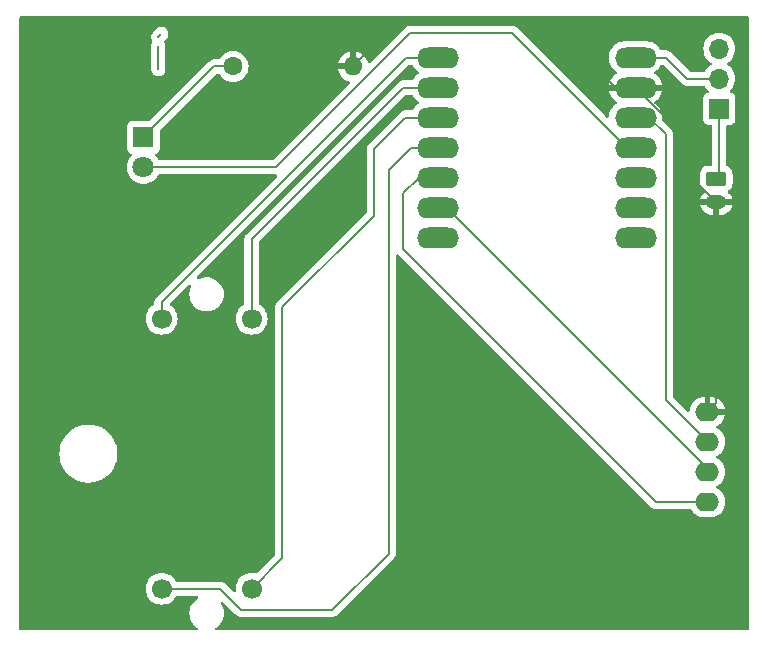
<source format=gbr>
%TF.GenerationSoftware,KiCad,Pcbnew,8.0.8*%
%TF.CreationDate,2025-02-27T00:02:59-08:00*%
%TF.ProjectId,Lab3v2,4c616233-7632-42e6-9b69-6361645f7063,V1*%
%TF.SameCoordinates,Original*%
%TF.FileFunction,Copper,L1,Top*%
%TF.FilePolarity,Positive*%
%FSLAX46Y46*%
G04 Gerber Fmt 4.6, Leading zero omitted, Abs format (unit mm)*
G04 Created by KiCad (PCBNEW 8.0.8) date 2025-02-27 00:02:59*
%MOMM*%
%LPD*%
G01*
G04 APERTURE LIST*
G04 Aperture macros list*
%AMRoundRect*
0 Rectangle with rounded corners*
0 $1 Rounding radius*
0 $2 $3 $4 $5 $6 $7 $8 $9 X,Y pos of 4 corners*
0 Add a 4 corners polygon primitive as box body*
4,1,4,$2,$3,$4,$5,$6,$7,$8,$9,$2,$3,0*
0 Add four circle primitives for the rounded corners*
1,1,$1+$1,$2,$3*
1,1,$1+$1,$4,$5*
1,1,$1+$1,$6,$7*
1,1,$1+$1,$8,$9*
0 Add four rect primitives between the rounded corners*
20,1,$1+$1,$2,$3,$4,$5,0*
20,1,$1+$1,$4,$5,$6,$7,0*
20,1,$1+$1,$6,$7,$8,$9,0*
20,1,$1+$1,$8,$9,$2,$3,0*%
G04 Aperture macros list end*
%TA.AperFunction,ComponentPad*%
%ADD10R,1.800000X1.800000*%
%TD*%
%TA.AperFunction,ComponentPad*%
%ADD11C,1.800000*%
%TD*%
%TA.AperFunction,ComponentPad*%
%ADD12O,2.000000X1.600000*%
%TD*%
%TA.AperFunction,ComponentPad*%
%ADD13C,1.700000*%
%TD*%
%TA.AperFunction,ComponentPad*%
%ADD14C,1.600000*%
%TD*%
%TA.AperFunction,ComponentPad*%
%ADD15O,1.600000X1.600000*%
%TD*%
%TA.AperFunction,ComponentPad*%
%ADD16R,1.700000X1.700000*%
%TD*%
%TA.AperFunction,ComponentPad*%
%ADD17O,1.700000X1.700000*%
%TD*%
%TA.AperFunction,ComponentPad*%
%ADD18O,3.556000X1.778000*%
%TD*%
%TA.AperFunction,ComponentPad*%
%ADD19RoundRect,0.250000X-0.625000X0.350000X-0.625000X-0.350000X0.625000X-0.350000X0.625000X0.350000X0*%
%TD*%
%TA.AperFunction,ComponentPad*%
%ADD20O,1.750000X1.200000*%
%TD*%
%TA.AperFunction,Conductor*%
%ADD21C,0.200000*%
%TD*%
G04 APERTURE END LIST*
D10*
%TO.P,D4,1,K*%
%TO.N,Net-(D4-K)*%
X117500000Y-82250000D03*
D11*
%TO.P,D4,2,A*%
%TO.N,Net-(D4-A)*%
X117500000Y-84790000D03*
%TD*%
D12*
%TO.P,Brd1,1,GND*%
%TO.N,GND*%
X165250000Y-105500000D03*
%TO.P,Brd1,2,VCC*%
%TO.N,Net-(Brd1-VCC)*%
X165250000Y-108040000D03*
%TO.P,Brd1,3,SCL*%
%TO.N,Net-(Brd1-SCL)*%
X165250000Y-110580000D03*
%TO.P,Brd1,4,SDA*%
%TO.N,Net-(Brd1-SDA)*%
X165250000Y-113120000D03*
%TD*%
D13*
%TO.P,M1,1*%
%TO.N,Net-(U3-PA02_A0_D0)*%
X119030000Y-97610000D03*
%TO.P,M1,2,-*%
%TO.N,Net-(M1--)*%
X126650000Y-97610000D03*
%TO.P,M1,3*%
%TO.N,Net-(U3-PA10_A2_D2)*%
X126650000Y-120470000D03*
%TO.P,M1,4*%
%TO.N,Net-(U3-PA11_A3_D3)*%
X119030000Y-120470000D03*
%TD*%
D14*
%TO.P,R5,1*%
%TO.N,Net-(D4-K)*%
X125090000Y-76250000D03*
D15*
%TO.P,R5,2*%
%TO.N,GND*%
X135250000Y-76250000D03*
%TD*%
D16*
%TO.P,SW1,1,A*%
%TO.N,Net-(BT1-+)*%
X166250000Y-79830000D03*
D17*
%TO.P,SW1,2,B*%
%TO.N,Net-(SW1-B)*%
X166250000Y-77290000D03*
%TO.P,SW1,3,C*%
%TO.N,unconnected-(SW1-C-Pad3)*%
X166250000Y-74750000D03*
%TD*%
D18*
%TO.P,U3,1,PA02_A0_D0*%
%TO.N,Net-(U3-PA02_A0_D0)*%
X142398000Y-75500000D03*
%TO.P,U3,2,PA4_A1_D1*%
%TO.N,Net-(M1--)*%
X142398000Y-78040000D03*
%TO.P,U3,3,PA10_A2_D2*%
%TO.N,Net-(U3-PA10_A2_D2)*%
X142398000Y-80580000D03*
%TO.P,U3,4,PA11_A3_D3*%
%TO.N,Net-(U3-PA11_A3_D3)*%
X142398000Y-83120000D03*
%TO.P,U3,5,PA8_A4_D4_SDA*%
%TO.N,Net-(Brd1-SDA)*%
X142398000Y-85660000D03*
%TO.P,U3,6,PA9_A5_D5_SCL*%
%TO.N,Net-(Brd1-SCL)*%
X142398000Y-88200000D03*
%TO.P,U3,7,PB08_A6_D6_TX*%
%TO.N,unconnected-(U3-PB08_A6_D6_TX-Pad7)*%
X142398000Y-90740000D03*
%TO.P,U3,8,5V*%
%TO.N,Net-(SW1-B)*%
X159162000Y-75500000D03*
%TO.P,U3,9,GND*%
%TO.N,GND*%
X159162000Y-78040000D03*
%TO.P,U3,10,3V3*%
%TO.N,Net-(Brd1-VCC)*%
X159162000Y-80580000D03*
%TO.P,U3,11,PA6_A10_D10_MOSI*%
%TO.N,Net-(D4-A)*%
X159162000Y-83120000D03*
%TO.P,U3,12,PA5_A9_D9_MISO*%
%TO.N,unconnected-(U3-PA5_A9_D9_MISO-Pad12)*%
X159162000Y-85660000D03*
%TO.P,U3,13,PA7_A8_D8_SCK*%
%TO.N,unconnected-(U3-PA7_A8_D8_SCK-Pad13)*%
X159162000Y-88200000D03*
%TO.P,U3,14,PB09_A7_D7_RX*%
%TO.N,unconnected-(U3-PB09_A7_D7_RX-Pad14)*%
X159162000Y-90740000D03*
%TD*%
D19*
%TO.P,BT1,1,+*%
%TO.N,Net-(BT1-+)*%
X166000000Y-85750000D03*
D20*
%TO.P,BT1,2,-*%
%TO.N,GND*%
X166000000Y-87750000D03*
%TD*%
D21*
%TO.N,*%
X118750000Y-73750000D02*
X119000000Y-73500000D01*
X118750000Y-74500000D02*
X118750000Y-76500000D01*
%TO.N,GND*%
X117750000Y-75000000D02*
X117750000Y-76500000D01*
X117250000Y-74500000D02*
X117750000Y-75000000D01*
X110250000Y-74875000D02*
X110250000Y-74750000D01*
X111500000Y-74875000D02*
X111500000Y-74750000D01*
X111500000Y-76125000D02*
X111500000Y-74875000D01*
X110500000Y-76375000D02*
X111250000Y-76375000D01*
X111250000Y-76375000D02*
X111500000Y-76125000D01*
X110250000Y-76125000D02*
X110500000Y-76375000D01*
X110250000Y-74875000D02*
X110250000Y-76125000D01*
X109125000Y-76500000D02*
X109125000Y-74250000D01*
X109125000Y-74250000D02*
X110375000Y-73000000D01*
X115000000Y-73000000D02*
X115250000Y-73250000D01*
X114000000Y-73000000D02*
X115000000Y-73000000D01*
X113500000Y-73500000D02*
X114000000Y-73000000D01*
X113500000Y-74250000D02*
X113500000Y-73500000D01*
X114000000Y-74750000D02*
X113500000Y-74250000D01*
X115000000Y-74750000D02*
X114000000Y-74750000D01*
X115500000Y-76000000D02*
X115500000Y-75250000D01*
X113500000Y-76125000D02*
X113875000Y-76500000D01*
X113875000Y-76500000D02*
X115000000Y-76500000D01*
X115500000Y-75250000D02*
X115000000Y-74750000D01*
X115000000Y-76500000D02*
X115500000Y-76000000D01*
X159192500Y-78040000D02*
X158400000Y-78040000D01*
X162500000Y-81347500D02*
X159192500Y-78040000D01*
X152000000Y-72500000D02*
X157540000Y-78040000D01*
X162500000Y-84250000D02*
X162500000Y-81347500D01*
X135250000Y-76250000D02*
X139000000Y-72500000D01*
X166000000Y-87750000D02*
X166000000Y-104750000D01*
X157540000Y-78040000D02*
X158400000Y-78040000D01*
X166000000Y-104750000D02*
X165250000Y-105500000D01*
X166000000Y-87750000D02*
X162500000Y-84250000D01*
X139000000Y-72500000D02*
X152000000Y-72500000D01*
%TO.N,Net-(Brd1-SCL)*%
X165250000Y-110290000D02*
X143160000Y-88200000D01*
X165250000Y-110580000D02*
X165250000Y-110290000D01*
%TO.N,Net-(Brd1-SDA)*%
X143160000Y-85660000D02*
X140840000Y-85660000D01*
X140840000Y-85660000D02*
X139500000Y-87000000D01*
X139500000Y-91750000D02*
X160870000Y-113120000D01*
X160870000Y-113120000D02*
X165250000Y-113120000D01*
X139500000Y-87000000D02*
X139500000Y-91750000D01*
%TO.N,Net-(D4-K)*%
X125090000Y-76250000D02*
X123500000Y-76250000D01*
X123500000Y-76250000D02*
X117500000Y-82250000D01*
%TO.N,Net-(D4-A)*%
X117500000Y-84790000D02*
X128710000Y-84790000D01*
X148680000Y-73400000D02*
X158400000Y-83120000D01*
X140100000Y-73400000D02*
X148680000Y-73400000D01*
X128710000Y-84790000D02*
X140100000Y-73400000D01*
%TO.N,Net-(M1--)*%
X143160000Y-78040000D02*
X139460000Y-78040000D01*
X126650000Y-90850000D02*
X126650000Y-97610000D01*
X139460000Y-78040000D02*
X126650000Y-90850000D01*
%TO.N,Net-(U3-PA10_A2_D2)*%
X139670000Y-80580000D02*
X137000000Y-83250000D01*
X137000000Y-83250000D02*
X137000000Y-88886346D01*
X143080000Y-80500000D02*
X143160000Y-80580000D01*
X143160000Y-80580000D02*
X139670000Y-80580000D01*
X129250000Y-117870000D02*
X126650000Y-120470000D01*
X129250000Y-96636346D02*
X129250000Y-117870000D01*
X137000000Y-88886346D02*
X129250000Y-96636346D01*
%TO.N,Net-(U3-PA11_A3_D3)*%
X143160000Y-83120000D02*
X140130000Y-83120000D01*
X123970000Y-120470000D02*
X119030000Y-120470000D01*
X125750000Y-122250000D02*
X123970000Y-120470000D01*
X140130000Y-83120000D02*
X138250000Y-85000000D01*
X133500000Y-122250000D02*
X125750000Y-122250000D01*
X138250000Y-85000000D02*
X138250000Y-117500000D01*
X138250000Y-117500000D02*
X133500000Y-122250000D01*
%TO.N,Net-(U3-PA02_A0_D0)*%
X143160000Y-75500000D02*
X139750000Y-75500000D01*
X139750000Y-75500000D02*
X119030000Y-96220000D01*
X119030000Y-96220000D02*
X119030000Y-97610000D01*
%TO.N,Net-(BT1-+)*%
X166250000Y-79830000D02*
X166250000Y-85500000D01*
X166250000Y-85500000D02*
X166000000Y-85750000D01*
%TO.N,Net-(Brd1-VCC)*%
X165250000Y-108000000D02*
X161750000Y-104500000D01*
X161750000Y-104500000D02*
X161750000Y-82000000D01*
X165250000Y-108040000D02*
X165250000Y-108000000D01*
X161750000Y-82000000D02*
X160330000Y-80580000D01*
X160330000Y-80580000D02*
X158400000Y-80580000D01*
%TO.N,Net-(SW1-B)*%
X158400000Y-75500000D02*
X161750000Y-75500000D01*
X163540000Y-77290000D02*
X166250000Y-77290000D01*
X161750000Y-75500000D02*
X163540000Y-77290000D01*
%TO.N,GND*%
X107875000Y-73000000D02*
X109125000Y-74250000D01*
X116750000Y-74500000D02*
X117250000Y-74500000D01*
X116250000Y-75000000D02*
X116750000Y-74500000D01*
X116250000Y-76500000D02*
X116250000Y-75000000D01*
X116250000Y-73250000D02*
X116250000Y-76500000D01*
X116000000Y-73000000D02*
X116250000Y-73250000D01*
%TD*%
%TA.AperFunction,Conductor*%
%TO.N,GND*%
G36*
X168692539Y-72020185D02*
G01*
X168738294Y-72072989D01*
X168749500Y-72124500D01*
X168749500Y-123875500D01*
X168729815Y-123942539D01*
X168677011Y-123988294D01*
X168625500Y-123999500D01*
X123680352Y-123999500D01*
X123613313Y-123979815D01*
X123567558Y-123927011D01*
X123557614Y-123857853D01*
X123586639Y-123794297D01*
X123621334Y-123766446D01*
X123636060Y-123758476D01*
X123636061Y-123758474D01*
X123636067Y-123758472D01*
X123825764Y-123610825D01*
X123988571Y-123433969D01*
X124120049Y-123232728D01*
X124216610Y-123012591D01*
X124275620Y-122779563D01*
X124295471Y-122540000D01*
X124275620Y-122300437D01*
X124216610Y-122067409D01*
X124120049Y-121847272D01*
X124105928Y-121825659D01*
X124061633Y-121757860D01*
X124041445Y-121690971D01*
X124060624Y-121623785D01*
X124113083Y-121577634D01*
X124182164Y-121567171D01*
X124245937Y-121595717D01*
X124253122Y-121602357D01*
X125265139Y-122614374D01*
X125265149Y-122614385D01*
X125269479Y-122618715D01*
X125269480Y-122618716D01*
X125381284Y-122730520D01*
X125466230Y-122779563D01*
X125518215Y-122809577D01*
X125670943Y-122850500D01*
X133413331Y-122850500D01*
X133413347Y-122850501D01*
X133420943Y-122850501D01*
X133579054Y-122850501D01*
X133579057Y-122850501D01*
X133731785Y-122809577D01*
X133783770Y-122779563D01*
X133868716Y-122730520D01*
X133980520Y-122618716D01*
X133980520Y-122618714D01*
X133990724Y-122608511D01*
X133990728Y-122608506D01*
X138608506Y-117990728D01*
X138608511Y-117990724D01*
X138618714Y-117980520D01*
X138618716Y-117980520D01*
X138730520Y-117868716D01*
X138809577Y-117731784D01*
X138850500Y-117579057D01*
X138850500Y-92249098D01*
X138870185Y-92182059D01*
X138922989Y-92136304D01*
X138992147Y-92126360D01*
X139055703Y-92155385D01*
X139062181Y-92161417D01*
X139138349Y-92237585D01*
X139138355Y-92237590D01*
X160385139Y-113484374D01*
X160385149Y-113484385D01*
X160389479Y-113488715D01*
X160389480Y-113488716D01*
X160501284Y-113600520D01*
X160588095Y-113650639D01*
X160588097Y-113650641D01*
X160626151Y-113672611D01*
X160638215Y-113679577D01*
X160790943Y-113720501D01*
X160790946Y-113720501D01*
X160956653Y-113720501D01*
X160956669Y-113720500D01*
X163820398Y-113720500D01*
X163887437Y-113740185D01*
X163930883Y-113788205D01*
X163937715Y-113801614D01*
X164058028Y-113967213D01*
X164202786Y-114111971D01*
X164357749Y-114224556D01*
X164368390Y-114232287D01*
X164484607Y-114291503D01*
X164550776Y-114325218D01*
X164550778Y-114325218D01*
X164550781Y-114325220D01*
X164655137Y-114359127D01*
X164745465Y-114388477D01*
X164846557Y-114404488D01*
X164947648Y-114420500D01*
X164947649Y-114420500D01*
X165552351Y-114420500D01*
X165552352Y-114420500D01*
X165754534Y-114388477D01*
X165949219Y-114325220D01*
X166131610Y-114232287D01*
X166224590Y-114164732D01*
X166297213Y-114111971D01*
X166297215Y-114111968D01*
X166297219Y-114111966D01*
X166441966Y-113967219D01*
X166441968Y-113967215D01*
X166441971Y-113967213D01*
X166494732Y-113894590D01*
X166562287Y-113801610D01*
X166655220Y-113619219D01*
X166718477Y-113424534D01*
X166750500Y-113222352D01*
X166750500Y-113017648D01*
X166718477Y-112815466D01*
X166655220Y-112620781D01*
X166655218Y-112620778D01*
X166655218Y-112620776D01*
X166621503Y-112554607D01*
X166562287Y-112438390D01*
X166554556Y-112427749D01*
X166441971Y-112272786D01*
X166297213Y-112128028D01*
X166131614Y-112007715D01*
X166125006Y-112004348D01*
X166038917Y-111960483D01*
X165988123Y-111912511D01*
X165971328Y-111844690D01*
X165993865Y-111778555D01*
X166038917Y-111739516D01*
X166131610Y-111692287D01*
X166152770Y-111676913D01*
X166297213Y-111571971D01*
X166297215Y-111571968D01*
X166297219Y-111571966D01*
X166441966Y-111427219D01*
X166441968Y-111427215D01*
X166441971Y-111427213D01*
X166494732Y-111354590D01*
X166562287Y-111261610D01*
X166655220Y-111079219D01*
X166718477Y-110884534D01*
X166750500Y-110682352D01*
X166750500Y-110477648D01*
X166718477Y-110275466D01*
X166701388Y-110222873D01*
X166689127Y-110185137D01*
X166655220Y-110080781D01*
X166655218Y-110080778D01*
X166655218Y-110080776D01*
X166621503Y-110014607D01*
X166562287Y-109898390D01*
X166532224Y-109857011D01*
X166441971Y-109732786D01*
X166297213Y-109588028D01*
X166131614Y-109467715D01*
X166125006Y-109464348D01*
X166038917Y-109420483D01*
X165988123Y-109372511D01*
X165971328Y-109304690D01*
X165993865Y-109238555D01*
X166038917Y-109199516D01*
X166131610Y-109152287D01*
X166152770Y-109136913D01*
X166297213Y-109031971D01*
X166297215Y-109031968D01*
X166297219Y-109031966D01*
X166441966Y-108887219D01*
X166441968Y-108887215D01*
X166441971Y-108887213D01*
X166504302Y-108801420D01*
X166562287Y-108721610D01*
X166655220Y-108539219D01*
X166718477Y-108344534D01*
X166750500Y-108142352D01*
X166750500Y-107937648D01*
X166718477Y-107735466D01*
X166655220Y-107540781D01*
X166655218Y-107540778D01*
X166655218Y-107540776D01*
X166621503Y-107474607D01*
X166562287Y-107358390D01*
X166554556Y-107347749D01*
X166441971Y-107192786D01*
X166297213Y-107048028D01*
X166131611Y-106927713D01*
X166038369Y-106880203D01*
X165987574Y-106832229D01*
X165970779Y-106764407D01*
X165993317Y-106698273D01*
X166038371Y-106659234D01*
X166131347Y-106611861D01*
X166296894Y-106491582D01*
X166296895Y-106491582D01*
X166441582Y-106346895D01*
X166441582Y-106346894D01*
X166561859Y-106181349D01*
X166654755Y-105999029D01*
X166717990Y-105804413D01*
X166726609Y-105750000D01*
X165683012Y-105750000D01*
X165715925Y-105692993D01*
X165750000Y-105565826D01*
X165750000Y-105434174D01*
X165715925Y-105307007D01*
X165683012Y-105250000D01*
X166726609Y-105250000D01*
X166717990Y-105195586D01*
X166654755Y-105000970D01*
X166561859Y-104818650D01*
X166441582Y-104653105D01*
X166441582Y-104653104D01*
X166296895Y-104508417D01*
X166131349Y-104388140D01*
X165949031Y-104295244D01*
X165754417Y-104232009D01*
X165552317Y-104200000D01*
X165500000Y-104200000D01*
X165500000Y-105066988D01*
X165442993Y-105034075D01*
X165315826Y-105000000D01*
X165184174Y-105000000D01*
X165057007Y-105034075D01*
X165000000Y-105066988D01*
X165000000Y-104200000D01*
X164947683Y-104200000D01*
X164745582Y-104232009D01*
X164550968Y-104295244D01*
X164368650Y-104388140D01*
X164203105Y-104508417D01*
X164203104Y-104508417D01*
X164058417Y-104653104D01*
X164058417Y-104653105D01*
X163938140Y-104818650D01*
X163845244Y-105000968D01*
X163782010Y-105195581D01*
X163753466Y-105375795D01*
X163723536Y-105438929D01*
X163664225Y-105475860D01*
X163594362Y-105474862D01*
X163543312Y-105444077D01*
X162386819Y-104287584D01*
X162353334Y-104226261D01*
X162350500Y-104199903D01*
X162350500Y-81920943D01*
X162350499Y-81920939D01*
X162339874Y-81881285D01*
X162339874Y-81881284D01*
X162309577Y-81768215D01*
X162280639Y-81718095D01*
X162230520Y-81631284D01*
X162118716Y-81519480D01*
X162118715Y-81519479D01*
X162114385Y-81515149D01*
X162114374Y-81515139D01*
X161464405Y-80865170D01*
X161430920Y-80803847D01*
X161429613Y-80758091D01*
X161440500Y-80689354D01*
X161440500Y-80470638D01*
X161420595Y-80344971D01*
X161406286Y-80254625D01*
X161355877Y-80099480D01*
X161338701Y-80046616D01*
X161270005Y-79911795D01*
X161239407Y-79851743D01*
X161231147Y-79840374D01*
X161110857Y-79674806D01*
X160956197Y-79520146D01*
X160956192Y-79520142D01*
X160804605Y-79410008D01*
X160761939Y-79354678D01*
X160755960Y-79285065D01*
X160788565Y-79223270D01*
X160804605Y-79209371D01*
X160955873Y-79099469D01*
X161110471Y-78944871D01*
X161110475Y-78944866D01*
X161238976Y-78767998D01*
X161338237Y-78573191D01*
X161338238Y-78573188D01*
X161405798Y-78365258D01*
X161417718Y-78290000D01*
X158842251Y-78290000D01*
X158873381Y-78236081D01*
X158908000Y-78106880D01*
X158908000Y-77973120D01*
X158873381Y-77843919D01*
X158842251Y-77790000D01*
X161417718Y-77790000D01*
X161405798Y-77714741D01*
X161338238Y-77506811D01*
X161338237Y-77506808D01*
X161238976Y-77312001D01*
X161110475Y-77135133D01*
X161110471Y-77135128D01*
X160955871Y-76980528D01*
X160955866Y-76980524D01*
X160804605Y-76870627D01*
X160761939Y-76815297D01*
X160755960Y-76745684D01*
X160788565Y-76683889D01*
X160804599Y-76669994D01*
X160956199Y-76559852D01*
X161110852Y-76405199D01*
X161110854Y-76405195D01*
X161110857Y-76405193D01*
X161167229Y-76327601D01*
X161239407Y-76228257D01*
X161270005Y-76168204D01*
X161317980Y-76117409D01*
X161380490Y-76100500D01*
X161449903Y-76100500D01*
X161516942Y-76120185D01*
X161537584Y-76136819D01*
X163055139Y-77654374D01*
X163055149Y-77654385D01*
X163059479Y-77658715D01*
X163059480Y-77658716D01*
X163171284Y-77770520D01*
X163236576Y-77808216D01*
X163308215Y-77849577D01*
X163460942Y-77890500D01*
X163460943Y-77890500D01*
X164960909Y-77890500D01*
X165027948Y-77910185D01*
X165073292Y-77962097D01*
X165075965Y-77967830D01*
X165211501Y-78161396D01*
X165211506Y-78161402D01*
X165333430Y-78283326D01*
X165366915Y-78344649D01*
X165361931Y-78414341D01*
X165320059Y-78470274D01*
X165289083Y-78487189D01*
X165157669Y-78536203D01*
X165157664Y-78536206D01*
X165042455Y-78622452D01*
X165042452Y-78622455D01*
X164956206Y-78737664D01*
X164956202Y-78737671D01*
X164905908Y-78872517D01*
X164899501Y-78932116D01*
X164899501Y-78932123D01*
X164899500Y-78932135D01*
X164899500Y-80727870D01*
X164899501Y-80727876D01*
X164905908Y-80787483D01*
X164956202Y-80922328D01*
X164956206Y-80922335D01*
X165042452Y-81037544D01*
X165042455Y-81037547D01*
X165157664Y-81123793D01*
X165157671Y-81123797D01*
X165202618Y-81140561D01*
X165292517Y-81174091D01*
X165352127Y-81180500D01*
X165525500Y-81180499D01*
X165592539Y-81200183D01*
X165638294Y-81252987D01*
X165649500Y-81304499D01*
X165649500Y-84525500D01*
X165629815Y-84592539D01*
X165577011Y-84638294D01*
X165525501Y-84649500D01*
X165324999Y-84649500D01*
X165324980Y-84649501D01*
X165222203Y-84660000D01*
X165222200Y-84660001D01*
X165055668Y-84715185D01*
X165055663Y-84715187D01*
X164906342Y-84807289D01*
X164782289Y-84931342D01*
X164690187Y-85080663D01*
X164690185Y-85080668D01*
X164674959Y-85126617D01*
X164635001Y-85247203D01*
X164635001Y-85247204D01*
X164635000Y-85247204D01*
X164624500Y-85349983D01*
X164624500Y-86150001D01*
X164624501Y-86150019D01*
X164635000Y-86252796D01*
X164635001Y-86252799D01*
X164679888Y-86388257D01*
X164690186Y-86419334D01*
X164782288Y-86568656D01*
X164906344Y-86692712D01*
X164970981Y-86732580D01*
X165017705Y-86784526D01*
X165028928Y-86853489D01*
X165001085Y-86917571D01*
X164993566Y-86925799D01*
X164885964Y-87033401D01*
X164784195Y-87173475D01*
X164705591Y-87327744D01*
X164652085Y-87492415D01*
X164650884Y-87499999D01*
X164650885Y-87500000D01*
X165719670Y-87500000D01*
X165699925Y-87519745D01*
X165650556Y-87605255D01*
X165625000Y-87700630D01*
X165625000Y-87799370D01*
X165650556Y-87894745D01*
X165699925Y-87980255D01*
X165719670Y-88000000D01*
X164650885Y-88000000D01*
X164652085Y-88007584D01*
X164705591Y-88172255D01*
X164784195Y-88326524D01*
X164885967Y-88466602D01*
X165008397Y-88589032D01*
X165148475Y-88690804D01*
X165302742Y-88769408D01*
X165467415Y-88822914D01*
X165638429Y-88850000D01*
X165750000Y-88850000D01*
X165750000Y-88030330D01*
X165769745Y-88050075D01*
X165855255Y-88099444D01*
X165950630Y-88125000D01*
X166049370Y-88125000D01*
X166144745Y-88099444D01*
X166230255Y-88050075D01*
X166250000Y-88030330D01*
X166250000Y-88850000D01*
X166361571Y-88850000D01*
X166532584Y-88822914D01*
X166697257Y-88769408D01*
X166851524Y-88690804D01*
X166991602Y-88589032D01*
X167114032Y-88466602D01*
X167215804Y-88326524D01*
X167294408Y-88172255D01*
X167347914Y-88007584D01*
X167349115Y-88000000D01*
X166280330Y-88000000D01*
X166300075Y-87980255D01*
X166349444Y-87894745D01*
X166375000Y-87799370D01*
X166375000Y-87700630D01*
X166349444Y-87605255D01*
X166300075Y-87519745D01*
X166280330Y-87500000D01*
X167349115Y-87500000D01*
X167349115Y-87499999D01*
X167347914Y-87492415D01*
X167294408Y-87327744D01*
X167215804Y-87173475D01*
X167114032Y-87033397D01*
X167006434Y-86925799D01*
X166972949Y-86864476D01*
X166977933Y-86794784D01*
X167019805Y-86738851D01*
X167028995Y-86732594D01*
X167093656Y-86692712D01*
X167217712Y-86568656D01*
X167309814Y-86419334D01*
X167364999Y-86252797D01*
X167375500Y-86150009D01*
X167375499Y-85349992D01*
X167364999Y-85247203D01*
X167309814Y-85080666D01*
X167217712Y-84931344D01*
X167093656Y-84807288D01*
X166944334Y-84715186D01*
X166944333Y-84715185D01*
X166944332Y-84715185D01*
X166935493Y-84712256D01*
X166878049Y-84672482D01*
X166851228Y-84607965D01*
X166850500Y-84594551D01*
X166850500Y-81304499D01*
X166870185Y-81237460D01*
X166922989Y-81191705D01*
X166974500Y-81180499D01*
X167147871Y-81180499D01*
X167147872Y-81180499D01*
X167207483Y-81174091D01*
X167342331Y-81123796D01*
X167457546Y-81037546D01*
X167543796Y-80922331D01*
X167594091Y-80787483D01*
X167600500Y-80727873D01*
X167600499Y-78932128D01*
X167594091Y-78872517D01*
X167543796Y-78737669D01*
X167543795Y-78737668D01*
X167543793Y-78737664D01*
X167457547Y-78622455D01*
X167457544Y-78622452D01*
X167342335Y-78536206D01*
X167342328Y-78536202D01*
X167210917Y-78487189D01*
X167154983Y-78445318D01*
X167130566Y-78379853D01*
X167145418Y-78311580D01*
X167166563Y-78283332D01*
X167288495Y-78161401D01*
X167424035Y-77967830D01*
X167523903Y-77753663D01*
X167585063Y-77525408D01*
X167605659Y-77290000D01*
X167585063Y-77054592D01*
X167523903Y-76826337D01*
X167424035Y-76612171D01*
X167424034Y-76612169D01*
X167288494Y-76418597D01*
X167121402Y-76251506D01*
X167121396Y-76251501D01*
X166935842Y-76121575D01*
X166892217Y-76066998D01*
X166885023Y-75997500D01*
X166916546Y-75935145D01*
X166935842Y-75918425D01*
X167033563Y-75850000D01*
X167121401Y-75788495D01*
X167288495Y-75621401D01*
X167424035Y-75427830D01*
X167523903Y-75213663D01*
X167585063Y-74985408D01*
X167605659Y-74750000D01*
X167585063Y-74514592D01*
X167523903Y-74286337D01*
X167424035Y-74072171D01*
X167412737Y-74056035D01*
X167288494Y-73878597D01*
X167121402Y-73711506D01*
X167121395Y-73711501D01*
X166927834Y-73575967D01*
X166927830Y-73575965D01*
X166927828Y-73575964D01*
X166713663Y-73476097D01*
X166713659Y-73476096D01*
X166713655Y-73476094D01*
X166485413Y-73414938D01*
X166485403Y-73414936D01*
X166250001Y-73394341D01*
X166249999Y-73394341D01*
X166014596Y-73414936D01*
X166014586Y-73414938D01*
X165786344Y-73476094D01*
X165786335Y-73476098D01*
X165572171Y-73575964D01*
X165572169Y-73575965D01*
X165378597Y-73711505D01*
X165211505Y-73878597D01*
X165075965Y-74072169D01*
X165075964Y-74072171D01*
X164976098Y-74286335D01*
X164976094Y-74286344D01*
X164914938Y-74514586D01*
X164914936Y-74514596D01*
X164894341Y-74749999D01*
X164894341Y-74750000D01*
X164914936Y-74985403D01*
X164914938Y-74985413D01*
X164976094Y-75213655D01*
X164976096Y-75213659D01*
X164976097Y-75213663D01*
X165075965Y-75427830D01*
X165075967Y-75427834D01*
X165184281Y-75582521D01*
X165203074Y-75609361D01*
X165211501Y-75621395D01*
X165211506Y-75621402D01*
X165378597Y-75788493D01*
X165378603Y-75788498D01*
X165564158Y-75918425D01*
X165607783Y-75973002D01*
X165614977Y-76042500D01*
X165583454Y-76104855D01*
X165564158Y-76121575D01*
X165378597Y-76251505D01*
X165211506Y-76418596D01*
X165075965Y-76612170D01*
X165075962Y-76612175D01*
X165073289Y-76617909D01*
X165027115Y-76670346D01*
X164960909Y-76689500D01*
X163840097Y-76689500D01*
X163773058Y-76669815D01*
X163752416Y-76653181D01*
X162237590Y-75138355D01*
X162237588Y-75138352D01*
X162118717Y-75019481D01*
X162118716Y-75019480D01*
X162023253Y-74964365D01*
X162023252Y-74964364D01*
X161981783Y-74940422D01*
X161925881Y-74925443D01*
X161829057Y-74899499D01*
X161670943Y-74899499D01*
X161663347Y-74899499D01*
X161663331Y-74899500D01*
X161380490Y-74899500D01*
X161313451Y-74879815D01*
X161270005Y-74831795D01*
X161267567Y-74827010D01*
X161239407Y-74771743D01*
X161183139Y-74694296D01*
X161110857Y-74594806D01*
X160956193Y-74440142D01*
X160779260Y-74311595D01*
X160779259Y-74311594D01*
X160779257Y-74311593D01*
X160716825Y-74279782D01*
X160584383Y-74212298D01*
X160584380Y-74212297D01*
X160376376Y-74144714D01*
X160160361Y-74110500D01*
X160160356Y-74110500D01*
X158163644Y-74110500D01*
X158163639Y-74110500D01*
X157947623Y-74144714D01*
X157739619Y-74212297D01*
X157739616Y-74212298D01*
X157544739Y-74311595D01*
X157367806Y-74440142D01*
X157213142Y-74594806D01*
X157084595Y-74771739D01*
X156985298Y-74966616D01*
X156985297Y-74966619D01*
X156917714Y-75174623D01*
X156883500Y-75390638D01*
X156883500Y-75609361D01*
X156917714Y-75825376D01*
X156985297Y-76033380D01*
X156985298Y-76033383D01*
X157052782Y-76165825D01*
X157068839Y-76197339D01*
X157084595Y-76228260D01*
X157213142Y-76405193D01*
X157367802Y-76559853D01*
X157367807Y-76559857D01*
X157519394Y-76669991D01*
X157562060Y-76725320D01*
X157568039Y-76794934D01*
X157535434Y-76856729D01*
X157519394Y-76870627D01*
X157368133Y-76980524D01*
X157368128Y-76980528D01*
X157213528Y-77135128D01*
X157213524Y-77135133D01*
X157085023Y-77312001D01*
X156985762Y-77506808D01*
X156985761Y-77506811D01*
X156918201Y-77714741D01*
X156906282Y-77790000D01*
X157957749Y-77790000D01*
X157926619Y-77843919D01*
X157892000Y-77973120D01*
X157892000Y-78106880D01*
X157926619Y-78236081D01*
X157957749Y-78290000D01*
X156906282Y-78290000D01*
X156918201Y-78365258D01*
X156985761Y-78573188D01*
X156985762Y-78573191D01*
X157085023Y-78767998D01*
X157213524Y-78944866D01*
X157213528Y-78944871D01*
X157368128Y-79099471D01*
X157368133Y-79099475D01*
X157519394Y-79209372D01*
X157562060Y-79264701D01*
X157568039Y-79334315D01*
X157535434Y-79396110D01*
X157519394Y-79410008D01*
X157367807Y-79520142D01*
X157367802Y-79520146D01*
X157213142Y-79674806D01*
X157084595Y-79851739D01*
X156985299Y-80046616D01*
X156917714Y-80254623D01*
X156882790Y-80475119D01*
X156852860Y-80538253D01*
X156793549Y-80575184D01*
X156723686Y-80574186D01*
X156672636Y-80543401D01*
X149167590Y-73038355D01*
X149167588Y-73038352D01*
X149048717Y-72919481D01*
X149048716Y-72919480D01*
X148961904Y-72869360D01*
X148961904Y-72869359D01*
X148961900Y-72869358D01*
X148911785Y-72840423D01*
X148759057Y-72799499D01*
X148600943Y-72799499D01*
X148593347Y-72799499D01*
X148593331Y-72799500D01*
X140020940Y-72799500D01*
X139980019Y-72810464D01*
X139980019Y-72810465D01*
X139942751Y-72820451D01*
X139868214Y-72840423D01*
X139868209Y-72840426D01*
X139731290Y-72919475D01*
X139731282Y-72919481D01*
X139619478Y-73031286D01*
X136706499Y-75944263D01*
X136645176Y-75977748D01*
X136575484Y-75972764D01*
X136519551Y-75930892D01*
X136499043Y-75888675D01*
X136476269Y-75803682D01*
X136476265Y-75803673D01*
X136380134Y-75597517D01*
X136249657Y-75411179D01*
X136088820Y-75250342D01*
X135902482Y-75119865D01*
X135696328Y-75023734D01*
X135500000Y-74971127D01*
X135500000Y-75934314D01*
X135495606Y-75929920D01*
X135404394Y-75877259D01*
X135302661Y-75850000D01*
X135197339Y-75850000D01*
X135095606Y-75877259D01*
X135004394Y-75929920D01*
X135000000Y-75934314D01*
X135000000Y-74971127D01*
X134803671Y-75023734D01*
X134597517Y-75119865D01*
X134411179Y-75250342D01*
X134250342Y-75411179D01*
X134119865Y-75597517D01*
X134023734Y-75803673D01*
X134023730Y-75803682D01*
X133971127Y-75999999D01*
X133971128Y-76000000D01*
X134934314Y-76000000D01*
X134929920Y-76004394D01*
X134877259Y-76095606D01*
X134850000Y-76197339D01*
X134850000Y-76302661D01*
X134877259Y-76404394D01*
X134929920Y-76495606D01*
X134934314Y-76500000D01*
X133971128Y-76500000D01*
X134023730Y-76696317D01*
X134023734Y-76696326D01*
X134119865Y-76902482D01*
X134250342Y-77088820D01*
X134411179Y-77249657D01*
X134597517Y-77380134D01*
X134803673Y-77476265D01*
X134803682Y-77476269D01*
X134888675Y-77499043D01*
X134948336Y-77535408D01*
X134978865Y-77598255D01*
X134970570Y-77667631D01*
X134944263Y-77706499D01*
X128497584Y-84153181D01*
X128436261Y-84186666D01*
X128409903Y-84189500D01*
X118846801Y-84189500D01*
X118779762Y-84169815D01*
X118737747Y-84124519D01*
X118735924Y-84121151D01*
X118608983Y-83926852D01*
X118608980Y-83926849D01*
X118608979Y-83926847D01*
X118514195Y-83823884D01*
X118483275Y-83761232D01*
X118491135Y-83691806D01*
X118535283Y-83637651D01*
X118562095Y-83623722D01*
X118642326Y-83593798D01*
X118642326Y-83593797D01*
X118642331Y-83593796D01*
X118757546Y-83507546D01*
X118843796Y-83392331D01*
X118894091Y-83257483D01*
X118900500Y-83197873D01*
X118900499Y-81750095D01*
X118920184Y-81683057D01*
X118936813Y-81662420D01*
X123712416Y-76886819D01*
X123773739Y-76853334D01*
X123800097Y-76850500D01*
X123858308Y-76850500D01*
X123925347Y-76870185D01*
X123959880Y-76903374D01*
X124045480Y-77025624D01*
X124089954Y-77089141D01*
X124250858Y-77250045D01*
X124250861Y-77250047D01*
X124437266Y-77380568D01*
X124643504Y-77476739D01*
X124863308Y-77535635D01*
X125025230Y-77549801D01*
X125089998Y-77555468D01*
X125090000Y-77555468D01*
X125090002Y-77555468D01*
X125146673Y-77550509D01*
X125316692Y-77535635D01*
X125536496Y-77476739D01*
X125742734Y-77380568D01*
X125929139Y-77250047D01*
X126090047Y-77089139D01*
X126220568Y-76902734D01*
X126316739Y-76696496D01*
X126375635Y-76476692D01*
X126395468Y-76250000D01*
X126375635Y-76023308D01*
X126316739Y-75803504D01*
X126220568Y-75597266D01*
X126090047Y-75410861D01*
X126090045Y-75410858D01*
X125929141Y-75249954D01*
X125742734Y-75119432D01*
X125742732Y-75119431D01*
X125536497Y-75023261D01*
X125536488Y-75023258D01*
X125316697Y-74964366D01*
X125316693Y-74964365D01*
X125316692Y-74964365D01*
X125316691Y-74964364D01*
X125316686Y-74964364D01*
X125090002Y-74944532D01*
X125089998Y-74944532D01*
X124863313Y-74964364D01*
X124863302Y-74964366D01*
X124643511Y-75023258D01*
X124643502Y-75023261D01*
X124437267Y-75119431D01*
X124437265Y-75119432D01*
X124250858Y-75249954D01*
X124089954Y-75410858D01*
X124078068Y-75427834D01*
X123959881Y-75596624D01*
X123905307Y-75640248D01*
X123858308Y-75649500D01*
X123420940Y-75649500D01*
X123380019Y-75660464D01*
X123380019Y-75660465D01*
X123342751Y-75670451D01*
X123268214Y-75690423D01*
X123268209Y-75690426D01*
X123131290Y-75769475D01*
X123131282Y-75769481D01*
X123019478Y-75881286D01*
X118087582Y-80813181D01*
X118026259Y-80846666D01*
X117999901Y-80849500D01*
X116552129Y-80849500D01*
X116552123Y-80849501D01*
X116492516Y-80855908D01*
X116357671Y-80906202D01*
X116357664Y-80906206D01*
X116242455Y-80992452D01*
X116242452Y-80992455D01*
X116156206Y-81107664D01*
X116156202Y-81107671D01*
X116105908Y-81242517D01*
X116099501Y-81302116D01*
X116099500Y-81302135D01*
X116099500Y-83197870D01*
X116099501Y-83197876D01*
X116105908Y-83257483D01*
X116156202Y-83392328D01*
X116156206Y-83392335D01*
X116242452Y-83507544D01*
X116242455Y-83507547D01*
X116357664Y-83593793D01*
X116357673Y-83593798D01*
X116437904Y-83623722D01*
X116493838Y-83665593D01*
X116518256Y-83731057D01*
X116503405Y-83799330D01*
X116485802Y-83823886D01*
X116391019Y-83926849D01*
X116264075Y-84121151D01*
X116170842Y-84333699D01*
X116113866Y-84558691D01*
X116113864Y-84558702D01*
X116094700Y-84789993D01*
X116094700Y-84790006D01*
X116113864Y-85021297D01*
X116113866Y-85021308D01*
X116170842Y-85246300D01*
X116264075Y-85458848D01*
X116391016Y-85653147D01*
X116391019Y-85653151D01*
X116391021Y-85653153D01*
X116548216Y-85823913D01*
X116548219Y-85823915D01*
X116548222Y-85823918D01*
X116731365Y-85966464D01*
X116731371Y-85966468D01*
X116731374Y-85966470D01*
X116935497Y-86076936D01*
X117049487Y-86116068D01*
X117155015Y-86152297D01*
X117155017Y-86152297D01*
X117155019Y-86152298D01*
X117383951Y-86190500D01*
X117383952Y-86190500D01*
X117616048Y-86190500D01*
X117616049Y-86190500D01*
X117844981Y-86152298D01*
X118064503Y-86076936D01*
X118268626Y-85966470D01*
X118451784Y-85823913D01*
X118608979Y-85653153D01*
X118735924Y-85458849D01*
X118735926Y-85458843D01*
X118737747Y-85455481D01*
X118786967Y-85405891D01*
X118846801Y-85390500D01*
X128623331Y-85390500D01*
X128623347Y-85390501D01*
X128710901Y-85390501D01*
X128777940Y-85410186D01*
X128823695Y-85462990D01*
X128833639Y-85532148D01*
X128804614Y-85595704D01*
X128798582Y-85602182D01*
X118549481Y-95851282D01*
X118549479Y-95851285D01*
X118499361Y-95938094D01*
X118499359Y-95938096D01*
X118470425Y-95988209D01*
X118470424Y-95988210D01*
X118470423Y-95988215D01*
X118429499Y-96140943D01*
X118429499Y-96140945D01*
X118429499Y-96309046D01*
X118429500Y-96309059D01*
X118429500Y-96320908D01*
X118409815Y-96387947D01*
X118357914Y-96433286D01*
X118352173Y-96435963D01*
X118352169Y-96435965D01*
X118158597Y-96571505D01*
X117991505Y-96738597D01*
X117855965Y-96932169D01*
X117855964Y-96932171D01*
X117756098Y-97146335D01*
X117756094Y-97146344D01*
X117694938Y-97374586D01*
X117694936Y-97374596D01*
X117674341Y-97609999D01*
X117674341Y-97610000D01*
X117694936Y-97845403D01*
X117694938Y-97845413D01*
X117756094Y-98073655D01*
X117756096Y-98073659D01*
X117756097Y-98073663D01*
X117855965Y-98287830D01*
X117855967Y-98287834D01*
X117964281Y-98442521D01*
X117991505Y-98481401D01*
X118158599Y-98648495D01*
X118255384Y-98716265D01*
X118352165Y-98784032D01*
X118352167Y-98784033D01*
X118352170Y-98784035D01*
X118566337Y-98883903D01*
X118794592Y-98945063D01*
X118982918Y-98961539D01*
X119029999Y-98965659D01*
X119030000Y-98965659D01*
X119030001Y-98965659D01*
X119069234Y-98962226D01*
X119265408Y-98945063D01*
X119493663Y-98883903D01*
X119707830Y-98784035D01*
X119901401Y-98648495D01*
X120068495Y-98481401D01*
X120204035Y-98287830D01*
X120303903Y-98073663D01*
X120365063Y-97845408D01*
X120385659Y-97610000D01*
X120365063Y-97374592D01*
X120303903Y-97146337D01*
X120204035Y-96932171D01*
X120171063Y-96885081D01*
X120068494Y-96738597D01*
X119901402Y-96571506D01*
X119901401Y-96571505D01*
X119802672Y-96502374D01*
X119759047Y-96447797D01*
X119751855Y-96378298D01*
X119783377Y-96315944D01*
X119786083Y-96313150D01*
X121334696Y-94764537D01*
X121396017Y-94731054D01*
X121465709Y-94736038D01*
X121521642Y-94777910D01*
X121546059Y-94843374D01*
X121535931Y-94902030D01*
X121463389Y-95067410D01*
X121404379Y-95300440D01*
X121384529Y-95539994D01*
X121384529Y-95540005D01*
X121404379Y-95779559D01*
X121463389Y-96012589D01*
X121559951Y-96232729D01*
X121614319Y-96315944D01*
X121691429Y-96433969D01*
X121854236Y-96610825D01*
X121854239Y-96610827D01*
X121854242Y-96610830D01*
X122043924Y-96758466D01*
X122043930Y-96758470D01*
X122043933Y-96758472D01*
X122255344Y-96872882D01*
X122255347Y-96872883D01*
X122482699Y-96950933D01*
X122482701Y-96950933D01*
X122482703Y-96950934D01*
X122719808Y-96990500D01*
X122719809Y-96990500D01*
X122960191Y-96990500D01*
X122960192Y-96990500D01*
X123197297Y-96950934D01*
X123424656Y-96872882D01*
X123636067Y-96758472D01*
X123661603Y-96738597D01*
X123699768Y-96708891D01*
X123825764Y-96610825D01*
X123988571Y-96433969D01*
X124120049Y-96232728D01*
X124216610Y-96012591D01*
X124275620Y-95779563D01*
X124295471Y-95540000D01*
X124275620Y-95300437D01*
X124216610Y-95067409D01*
X124120049Y-94847272D01*
X124117502Y-94843374D01*
X123988572Y-94646033D01*
X123988571Y-94646031D01*
X123825764Y-94469175D01*
X123825759Y-94469171D01*
X123825757Y-94469169D01*
X123636075Y-94321533D01*
X123636069Y-94321529D01*
X123424657Y-94207118D01*
X123424652Y-94207116D01*
X123197300Y-94129066D01*
X123019468Y-94099391D01*
X122960192Y-94089500D01*
X122719808Y-94089500D01*
X122672387Y-94097413D01*
X122482699Y-94129066D01*
X122255347Y-94207116D01*
X122255341Y-94207119D01*
X122212203Y-94230464D01*
X122143874Y-94245058D01*
X122078503Y-94220394D01*
X122036843Y-94164303D01*
X122032121Y-94094593D01*
X122065504Y-94033729D01*
X139962416Y-76136819D01*
X140023739Y-76103334D01*
X140050097Y-76100500D01*
X140179510Y-76100500D01*
X140246549Y-76120185D01*
X140289994Y-76168204D01*
X140304839Y-76197339D01*
X140320595Y-76228260D01*
X140449142Y-76405193D01*
X140603806Y-76559857D01*
X140754969Y-76669682D01*
X140797635Y-76725011D01*
X140803614Y-76794625D01*
X140771009Y-76856420D01*
X140754969Y-76870318D01*
X140603806Y-76980142D01*
X140449142Y-77134806D01*
X140320595Y-77311739D01*
X140289995Y-77371795D01*
X140242020Y-77422591D01*
X140179510Y-77439500D01*
X139546670Y-77439500D01*
X139546654Y-77439499D01*
X139539058Y-77439499D01*
X139380943Y-77439499D01*
X139304579Y-77459961D01*
X139228214Y-77480423D01*
X139228209Y-77480426D01*
X139091290Y-77559475D01*
X139091282Y-77559481D01*
X126169481Y-90481282D01*
X126169480Y-90481284D01*
X126127776Y-90553519D01*
X126119361Y-90568094D01*
X126119359Y-90568096D01*
X126090425Y-90618209D01*
X126090424Y-90618210D01*
X126074544Y-90677472D01*
X126049499Y-90770943D01*
X126049499Y-90770945D01*
X126049499Y-90939046D01*
X126049500Y-90939059D01*
X126049500Y-96320908D01*
X126029815Y-96387947D01*
X125977914Y-96433286D01*
X125972173Y-96435963D01*
X125972169Y-96435965D01*
X125778597Y-96571505D01*
X125611505Y-96738597D01*
X125475965Y-96932169D01*
X125475964Y-96932171D01*
X125376098Y-97146335D01*
X125376094Y-97146344D01*
X125314938Y-97374586D01*
X125314936Y-97374596D01*
X125294341Y-97609999D01*
X125294341Y-97610000D01*
X125314936Y-97845403D01*
X125314938Y-97845413D01*
X125376094Y-98073655D01*
X125376096Y-98073659D01*
X125376097Y-98073663D01*
X125475965Y-98287830D01*
X125475967Y-98287834D01*
X125584281Y-98442521D01*
X125611505Y-98481401D01*
X125778599Y-98648495D01*
X125875384Y-98716265D01*
X125972165Y-98784032D01*
X125972167Y-98784033D01*
X125972170Y-98784035D01*
X126186337Y-98883903D01*
X126414592Y-98945063D01*
X126602918Y-98961539D01*
X126649999Y-98965659D01*
X126650000Y-98965659D01*
X126650001Y-98965659D01*
X126689234Y-98962226D01*
X126885408Y-98945063D01*
X127113663Y-98883903D01*
X127327830Y-98784035D01*
X127521401Y-98648495D01*
X127688495Y-98481401D01*
X127824035Y-98287830D01*
X127923903Y-98073663D01*
X127985063Y-97845408D01*
X128005659Y-97610000D01*
X127985063Y-97374592D01*
X127923903Y-97146337D01*
X127824035Y-96932171D01*
X127791063Y-96885081D01*
X127688494Y-96738597D01*
X127521402Y-96571506D01*
X127521395Y-96571501D01*
X127327831Y-96435965D01*
X127327826Y-96435962D01*
X127322091Y-96433288D01*
X127269653Y-96387113D01*
X127250500Y-96320908D01*
X127250500Y-91150097D01*
X127270185Y-91083058D01*
X127286819Y-91062416D01*
X139672417Y-78676819D01*
X139733740Y-78643334D01*
X139760098Y-78640500D01*
X140179510Y-78640500D01*
X140246549Y-78660185D01*
X140289994Y-78708204D01*
X140320461Y-78767998D01*
X140320595Y-78768260D01*
X140449142Y-78945193D01*
X140603806Y-79099857D01*
X140754969Y-79209682D01*
X140797635Y-79265011D01*
X140803614Y-79334625D01*
X140771009Y-79396420D01*
X140754969Y-79410318D01*
X140603806Y-79520142D01*
X140449142Y-79674806D01*
X140320595Y-79851739D01*
X140289995Y-79911795D01*
X140242020Y-79962591D01*
X140179510Y-79979500D01*
X139749057Y-79979500D01*
X139590942Y-79979500D01*
X139438215Y-80020423D01*
X139438214Y-80020423D01*
X139438212Y-80020424D01*
X139438209Y-80020425D01*
X139392847Y-80046616D01*
X139392845Y-80046617D01*
X139301290Y-80099475D01*
X139301282Y-80099481D01*
X136519481Y-82881282D01*
X136519479Y-82881285D01*
X136469361Y-82968094D01*
X136469359Y-82968096D01*
X136440425Y-83018209D01*
X136440424Y-83018210D01*
X136440423Y-83018215D01*
X136399499Y-83170943D01*
X136399499Y-83170945D01*
X136399499Y-83339046D01*
X136399500Y-83339059D01*
X136399500Y-88586248D01*
X136379815Y-88653287D01*
X136363181Y-88673929D01*
X128769481Y-96267628D01*
X128769477Y-96267633D01*
X128751337Y-96299055D01*
X128751336Y-96299057D01*
X128690423Y-96404561D01*
X128649499Y-96557289D01*
X128649499Y-96557291D01*
X128649499Y-96725392D01*
X128649500Y-96725405D01*
X128649500Y-117569902D01*
X128629815Y-117636941D01*
X128613181Y-117657583D01*
X127133530Y-119137233D01*
X127072207Y-119170718D01*
X127013756Y-119169327D01*
X126885413Y-119134938D01*
X126885403Y-119134936D01*
X126650001Y-119114341D01*
X126649999Y-119114341D01*
X126414596Y-119134936D01*
X126414586Y-119134938D01*
X126186344Y-119196094D01*
X126186335Y-119196098D01*
X125972171Y-119295964D01*
X125972169Y-119295965D01*
X125778597Y-119431505D01*
X125611505Y-119598597D01*
X125475965Y-119792169D01*
X125475964Y-119792171D01*
X125376098Y-120006335D01*
X125376094Y-120006344D01*
X125314938Y-120234586D01*
X125314936Y-120234596D01*
X125294341Y-120469999D01*
X125294341Y-120470001D01*
X125310200Y-120651268D01*
X125296433Y-120719768D01*
X125247818Y-120769951D01*
X125179790Y-120785884D01*
X125113946Y-120762509D01*
X125098991Y-120749756D01*
X124457590Y-120108355D01*
X124457588Y-120108352D01*
X124338717Y-119989481D01*
X124338716Y-119989480D01*
X124251904Y-119939360D01*
X124251904Y-119939359D01*
X124251900Y-119939358D01*
X124201785Y-119910423D01*
X124049057Y-119869499D01*
X123890943Y-119869499D01*
X123883347Y-119869499D01*
X123883331Y-119869500D01*
X120319091Y-119869500D01*
X120252052Y-119849815D01*
X120206711Y-119797909D01*
X120204037Y-119792175D01*
X120204034Y-119792170D01*
X120204033Y-119792169D01*
X120146002Y-119709290D01*
X120068494Y-119598597D01*
X119901402Y-119431506D01*
X119901395Y-119431501D01*
X119707834Y-119295967D01*
X119707830Y-119295965D01*
X119648041Y-119268085D01*
X119493663Y-119196097D01*
X119493659Y-119196096D01*
X119493655Y-119196094D01*
X119265413Y-119134938D01*
X119265403Y-119134936D01*
X119030001Y-119114341D01*
X119029999Y-119114341D01*
X118794596Y-119134936D01*
X118794586Y-119134938D01*
X118566344Y-119196094D01*
X118566335Y-119196098D01*
X118352171Y-119295964D01*
X118352169Y-119295965D01*
X118158597Y-119431505D01*
X117991505Y-119598597D01*
X117855965Y-119792169D01*
X117855964Y-119792171D01*
X117756098Y-120006335D01*
X117756094Y-120006344D01*
X117694938Y-120234586D01*
X117694936Y-120234596D01*
X117674341Y-120469999D01*
X117674341Y-120470000D01*
X117694936Y-120705403D01*
X117694938Y-120705413D01*
X117756094Y-120933655D01*
X117756096Y-120933659D01*
X117756097Y-120933663D01*
X117828765Y-121089500D01*
X117855965Y-121147830D01*
X117855967Y-121147834D01*
X117901000Y-121212147D01*
X117991505Y-121341401D01*
X118158599Y-121508495D01*
X118242397Y-121567171D01*
X118352165Y-121644032D01*
X118352167Y-121644033D01*
X118352170Y-121644035D01*
X118566337Y-121743903D01*
X118794592Y-121805063D01*
X118982918Y-121821539D01*
X119029999Y-121825659D01*
X119030000Y-121825659D01*
X119030001Y-121825659D01*
X119069234Y-121822226D01*
X119265408Y-121805063D01*
X119493663Y-121743903D01*
X119707830Y-121644035D01*
X119901401Y-121508495D01*
X120068495Y-121341401D01*
X120204035Y-121147830D01*
X120206707Y-121142097D01*
X120252878Y-121089658D01*
X120319091Y-121070500D01*
X122018127Y-121070500D01*
X122085166Y-121090185D01*
X122130921Y-121142989D01*
X122140865Y-121212147D01*
X122111840Y-121275703D01*
X122077144Y-121303555D01*
X122043935Y-121321526D01*
X122043924Y-121321533D01*
X121854242Y-121469169D01*
X121854239Y-121469172D01*
X121691430Y-121646029D01*
X121691427Y-121646033D01*
X121559951Y-121847270D01*
X121463389Y-122067410D01*
X121404379Y-122300440D01*
X121384529Y-122539994D01*
X121384529Y-122540005D01*
X121404379Y-122779559D01*
X121463389Y-123012589D01*
X121559951Y-123232729D01*
X121691427Y-123433966D01*
X121691429Y-123433969D01*
X121854236Y-123610825D01*
X121854239Y-123610827D01*
X121854242Y-123610830D01*
X122043924Y-123758466D01*
X122043939Y-123758476D01*
X122058666Y-123766446D01*
X122108257Y-123815665D01*
X122123364Y-123883882D01*
X122099193Y-123949438D01*
X122043417Y-123991518D01*
X121999648Y-123999500D01*
X107124500Y-123999500D01*
X107057461Y-123979815D01*
X107011706Y-123927011D01*
X107000500Y-123875500D01*
X107000500Y-109039994D01*
X110384655Y-109039994D01*
X110384655Y-109040005D01*
X110404014Y-109347725D01*
X110404015Y-109347732D01*
X110461795Y-109650623D01*
X110557078Y-109943874D01*
X110557080Y-109943879D01*
X110688362Y-110222867D01*
X110688366Y-110222873D01*
X110853577Y-110483206D01*
X110853579Y-110483209D01*
X110853584Y-110483216D01*
X111018324Y-110682351D01*
X111050132Y-110720800D01*
X111274902Y-110931874D01*
X111274912Y-110931882D01*
X111524348Y-111113108D01*
X111524353Y-111113110D01*
X111524360Y-111113116D01*
X111794565Y-111261663D01*
X111794570Y-111261665D01*
X111794572Y-111261666D01*
X111794573Y-111261667D01*
X112081253Y-111375171D01*
X112081256Y-111375172D01*
X112283967Y-111427219D01*
X112379914Y-111451854D01*
X112444091Y-111459961D01*
X112685816Y-111490499D01*
X112685825Y-111490499D01*
X112685828Y-111490500D01*
X112685830Y-111490500D01*
X112994170Y-111490500D01*
X112994172Y-111490500D01*
X112994175Y-111490499D01*
X112994183Y-111490499D01*
X113176722Y-111467438D01*
X113300086Y-111451854D01*
X113598743Y-111375172D01*
X113598746Y-111375171D01*
X113885426Y-111261667D01*
X113885427Y-111261666D01*
X113885425Y-111261666D01*
X113885435Y-111261663D01*
X114155640Y-111113116D01*
X114405096Y-110931876D01*
X114629869Y-110720799D01*
X114826416Y-110483216D01*
X114991635Y-110222871D01*
X115122922Y-109943873D01*
X115218206Y-109650619D01*
X115275984Y-109347736D01*
X115275985Y-109347725D01*
X115295345Y-109040005D01*
X115295345Y-109039994D01*
X115275985Y-108732274D01*
X115275984Y-108732267D01*
X115275984Y-108732264D01*
X115218206Y-108429381D01*
X115122922Y-108136127D01*
X115122919Y-108136120D01*
X114991637Y-107857132D01*
X114991633Y-107857126D01*
X114826422Y-107596793D01*
X114826420Y-107596791D01*
X114826416Y-107596784D01*
X114629869Y-107359201D01*
X114629005Y-107358390D01*
X114405097Y-107148125D01*
X114405087Y-107148117D01*
X114155651Y-106966891D01*
X114155644Y-106966886D01*
X114155640Y-106966884D01*
X113885435Y-106818337D01*
X113885432Y-106818335D01*
X113885427Y-106818333D01*
X113885426Y-106818332D01*
X113598746Y-106704828D01*
X113598743Y-106704827D01*
X113300089Y-106628146D01*
X113300076Y-106628144D01*
X112994183Y-106589500D01*
X112994172Y-106589500D01*
X112685828Y-106589500D01*
X112685816Y-106589500D01*
X112379923Y-106628144D01*
X112379910Y-106628146D01*
X112081256Y-106704827D01*
X112081253Y-106704828D01*
X111794573Y-106818332D01*
X111794572Y-106818333D01*
X111524360Y-106966884D01*
X111524348Y-106966891D01*
X111274912Y-107148117D01*
X111274902Y-107148125D01*
X111050132Y-107359199D01*
X110853577Y-107596793D01*
X110688366Y-107857126D01*
X110688362Y-107857132D01*
X110557080Y-108136120D01*
X110557078Y-108136125D01*
X110461795Y-108429376D01*
X110404015Y-108732267D01*
X110404014Y-108732274D01*
X110384655Y-109039994D01*
X107000500Y-109039994D01*
X107000500Y-73829054D01*
X118149498Y-73829054D01*
X118149499Y-73829057D01*
X118190423Y-73981785D01*
X118212593Y-74020185D01*
X118237312Y-74062998D01*
X118253785Y-74130898D01*
X118237313Y-74186998D01*
X118190423Y-74268215D01*
X118190423Y-74268216D01*
X118149500Y-74420943D01*
X118149500Y-76579057D01*
X118180966Y-76696488D01*
X118190423Y-76731783D01*
X118190426Y-76731790D01*
X118269475Y-76868709D01*
X118269479Y-76868714D01*
X118269480Y-76868716D01*
X118381284Y-76980520D01*
X118381286Y-76980521D01*
X118381290Y-76980524D01*
X118518209Y-77059573D01*
X118518216Y-77059577D01*
X118670943Y-77100500D01*
X118670945Y-77100500D01*
X118829055Y-77100500D01*
X118829057Y-77100500D01*
X118981784Y-77059577D01*
X119118716Y-76980520D01*
X119230520Y-76868716D01*
X119309577Y-76731784D01*
X119350500Y-76579057D01*
X119350500Y-74420943D01*
X119309577Y-74268216D01*
X119273493Y-74205716D01*
X119257020Y-74137815D01*
X119279873Y-74071789D01*
X119293199Y-74056035D01*
X119348734Y-74000500D01*
X119480519Y-73868716D01*
X119559576Y-73731785D01*
X119600500Y-73579058D01*
X119600500Y-73420943D01*
X119559576Y-73268216D01*
X119559572Y-73268209D01*
X119480523Y-73131290D01*
X119480517Y-73131282D01*
X119368717Y-73019482D01*
X119368709Y-73019476D01*
X119231790Y-72940427D01*
X119231785Y-72940424D01*
X119153625Y-72919481D01*
X119079057Y-72899500D01*
X118920942Y-72899500D01*
X118768215Y-72940424D01*
X118768213Y-72940424D01*
X118768213Y-72940425D01*
X118631281Y-73019483D01*
X118269483Y-73381281D01*
X118269481Y-73381284D01*
X118190423Y-73518214D01*
X118190423Y-73518215D01*
X118149499Y-73670943D01*
X118149499Y-73670945D01*
X118149499Y-73829054D01*
X118149498Y-73829054D01*
X107000500Y-73829054D01*
X107000500Y-72124500D01*
X107020185Y-72057461D01*
X107072989Y-72011706D01*
X107124500Y-72000500D01*
X168625500Y-72000500D01*
X168692539Y-72020185D01*
G37*
%TD.AperFunction*%
%TD*%
M02*

</source>
